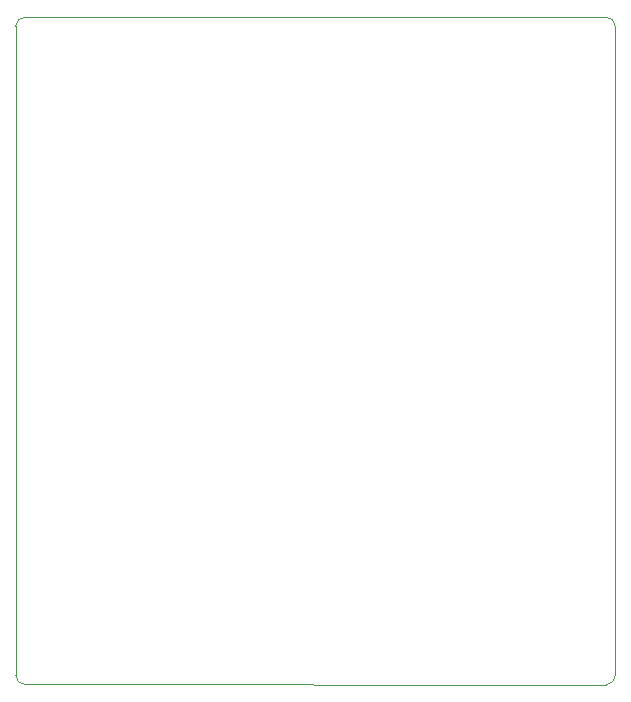
<source format=gbr>
%TF.GenerationSoftware,KiCad,Pcbnew,(7.0.0)*%
%TF.CreationDate,2023-03-11T18:24:33-08:00*%
%TF.ProjectId,pyBoard,7079426f-6172-4642-9e6b-696361645f70,rev?*%
%TF.SameCoordinates,Original*%
%TF.FileFunction,Profile,NP*%
%FSLAX46Y46*%
G04 Gerber Fmt 4.6, Leading zero omitted, Abs format (unit mm)*
G04 Created by KiCad (PCBNEW (7.0.0)) date 2023-03-11 18:24:33*
%MOMM*%
%LPD*%
G01*
G04 APERTURE LIST*
%TA.AperFunction,Profile*%
%ADD10C,0.100000*%
%TD*%
G04 APERTURE END LIST*
D10*
X164335000Y-121050000D02*
X115150685Y-121034315D01*
X114350685Y-120234315D02*
G75*
G03*
X115150685Y-121034315I800015J15D01*
G01*
X165119315Y-65315685D02*
X165135000Y-120250000D01*
X115150685Y-64515685D02*
X164319315Y-64515685D01*
X115150685Y-64515685D02*
G75*
G03*
X114350685Y-65315685I15J-800015D01*
G01*
X165119315Y-65315685D02*
G75*
G03*
X164319315Y-64515685I-800015J-15D01*
G01*
X164335000Y-121050000D02*
G75*
G03*
X165135000Y-120250000I0J800000D01*
G01*
X114350685Y-120234315D02*
X114350685Y-65315685D01*
M02*

</source>
